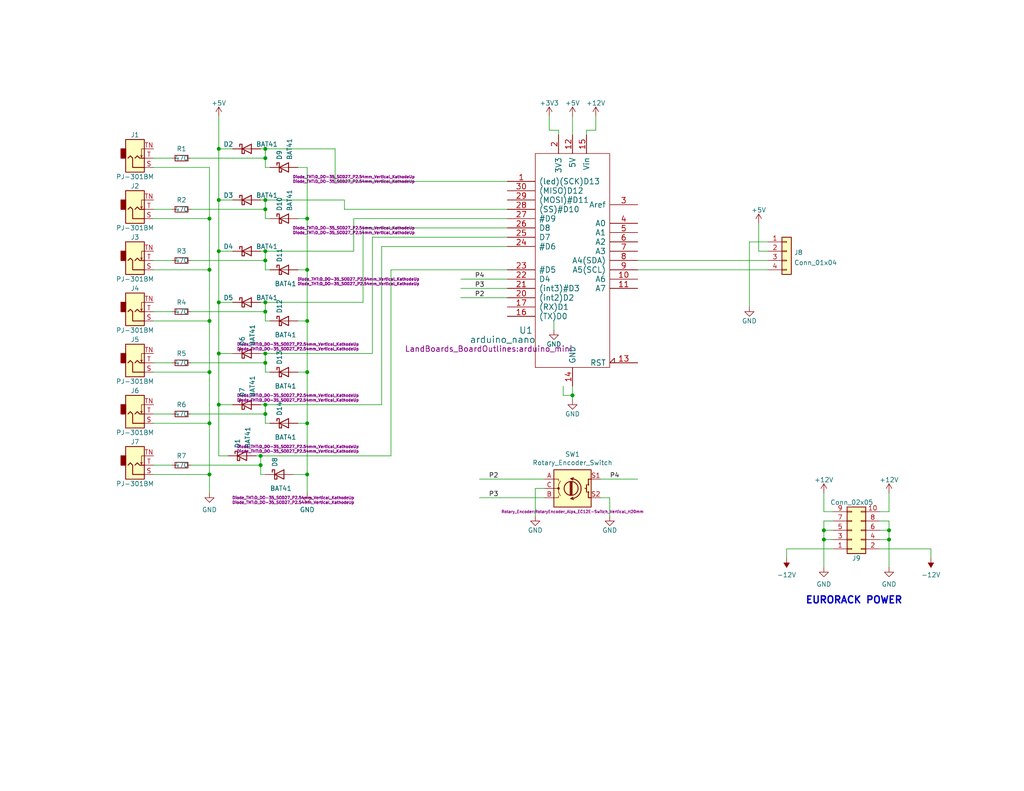
<source format=kicad_sch>
(kicad_sch (version 20211123) (generator eeschema)
  (paper "A")
  (title_block (date "2022-10-01"))
  (lib_symbols
    (symbol "Connector:AudioJack2_SwitchT"
      (property "Reference" "J" (at 0 8.89 0))
      (property "Value" "AudioJack2_SwitchT" (at 0 6.35 0))
      (symbol "AudioJack2_SwitchT_0_1"
        (rectangle (start -2.54 0) (end -3.81 -2.54) (stroke (width 0.254)) (fill (type outline)))
        (polyline (pts (xy 1.778 -0.254) (xy 2.032 -0.762)))
        (polyline (pts (xy 0 0) (xy 0.635 -0.635) (xy 1.27 0) (xy 2.54 0)) (stroke (width 0.254)))
        (polyline (pts (xy 2.54 -2.54) (xy 1.778 -2.54) (xy 1.778 -0.254) (xy 1.524 -0.762)))
        (polyline (pts (xy 2.54 2.54) (xy -0.635 2.54) (xy -0.635 0) (xy -1.27 -0.635) (xy -1.905 0)) (stroke (width 0.254)))
        (rectangle (start 2.54 3.81) (end -2.54 -5.08) (stroke (width 0.254)) (fill (type background)))
      )
      (symbol "AudioJack2_SwitchT_1_1"
        (pin passive line (at 5.08 2.54 180) (length 2.54) (name "~") (number "S"))
        (pin passive line (at 5.08 0 180) (length 2.54) (name "~") (number "T"))
        (pin passive line (at 5.08 -2.54 180) (length 2.54) (name "~") (number "TN"))
      )
    )
    (symbol "Connector_Generic:Conn_01x04" (pin_names (offset 1.016) hide)
      (property "Reference" "J" (at 0 5.08 0))
      (property "Value" "Conn_01x04" (at 0 -7.62 0))
      (symbol "Conn_01x04_1_1"
        (rectangle (start -1.27 -4.953) (end 0 -5.207) (stroke (width 0.1524)))
        (rectangle (start -1.27 -2.413) (end 0 -2.667) (stroke (width 0.1524)))
        (rectangle (start -1.27 0.127) (end 0 -0.127) (stroke (width 0.1524)))
        (rectangle (start -1.27 2.667) (end 0 2.413) (stroke (width 0.1524)))
        (rectangle (start -1.27 3.81) (end 1.27 -6.35) (stroke (width 0.254)) (fill (type background)))
        (pin passive line (at -5.08 2.54 0) (length 3.81) (name "Pin_1") (number "1"))
        (pin passive line (at -5.08 0 0) (length 3.81) (name "Pin_2") (number "2"))
        (pin passive line (at -5.08 -2.54 0) (length 3.81) (name "Pin_3") (number "3"))
        (pin passive line (at -5.08 -5.08 0) (length 3.81) (name "Pin_4") (number "4"))
      )
    )
    (symbol "Connector_Generic:Conn_02x05_Odd_Even" (pin_names (offset 1.016) hide)
      (property "Reference" "J" (at 1.27 7.62 0))
      (property "Value" "Conn_02x05_Odd_Even" (at 1.27 -7.62 0))
      (symbol "Conn_02x05_Odd_Even_1_1"
        (rectangle (start -1.27 -4.953) (end 0 -5.207) (stroke (width 0.1524)))
        (rectangle (start -1.27 -2.413) (end 0 -2.667) (stroke (width 0.1524)))
        (rectangle (start -1.27 0.127) (end 0 -0.127) (stroke (width 0.1524)))
        (rectangle (start -1.27 2.667) (end 0 2.413) (stroke (width 0.1524)))
        (rectangle (start -1.27 5.207) (end 0 4.953) (stroke (width 0.1524)))
        (rectangle (start -1.27 6.35) (end 3.81 -6.35) (stroke (width 0.254)) (fill (type background)))
        (rectangle (start 3.81 -4.953) (end 2.54 -5.207) (stroke (width 0.1524)))
        (rectangle (start 3.81 -2.413) (end 2.54 -2.667) (stroke (width 0.1524)))
        (rectangle (start 3.81 0.127) (end 2.54 -0.127) (stroke (width 0.1524)))
        (rectangle (start 3.81 2.667) (end 2.54 2.413) (stroke (width 0.1524)))
        (rectangle (start 3.81 5.207) (end 2.54 4.953) (stroke (width 0.1524)))
        (pin passive line (at -5.08 5.08 0) (length 3.81) (name "Pin_1") (number "1"))
        (pin passive line (at 7.62 -5.08 180) (length 3.81) (name "Pin_10") (number "10"))
        (pin passive line (at 7.62 5.08 180) (length 3.81) (name "Pin_2") (number "2"))
        (pin passive line (at -5.08 2.54 0) (length 3.81) (name "Pin_3") (number "3"))
        (pin passive line (at 7.62 2.54 180) (length 3.81) (name "Pin_4") (number "4"))
        (pin passive line (at -5.08 0 0) (length 3.81) (name "Pin_5") (number "5"))
        (pin passive line (at 7.62 0 180) (length 3.81) (name "Pin_6") (number "6"))
        (pin passive line (at -5.08 -2.54 0) (length 3.81) (name "Pin_7") (number "7"))
        (pin passive line (at 7.62 -2.54 180) (length 3.81) (name "Pin_8") (number "8"))
        (pin passive line (at -5.08 -5.08 0) (length 3.81) (name "Pin_9") (number "9"))
      )
    )
    (symbol "Device:D_Schottky" (pin_numbers hide) (pin_names (offset 1.016) hide)
      (property "Reference" "D" (at 0 2.54 0))
      (property "Value" "D_Schottky" (at 0 -2.54 0))
      (symbol "D_Schottky_0_1"
        (polyline (pts (xy 1.27 0) (xy -1.27 0)))
        (polyline (pts (xy 1.27 1.27) (xy 1.27 -1.27) (xy -1.27 0) (xy 1.27 1.27)) (stroke (width 0.254)))
        (polyline (pts (xy -1.905 0.635) (xy -1.905 1.27) (xy -1.27 1.27) (xy -1.27 -1.27) (xy -0.635 -1.27) (xy -0.635 -0.635)) (stroke (width 0.254)))
      )
      (symbol "D_Schottky_1_1"
        (pin passive line (at -3.81 0 0) (length 2.54) (name "K") (number "1"))
        (pin passive line (at 3.81 0 180) (length 2.54) (name "A") (number "2"))
      )
    )
    (symbol "Device:R_Small" (pin_numbers hide) (pin_names (offset 0.254) hide)
      (property "Reference" "R" (at 0.762 0.508 0))
      (property "Value" "R_Small" (at 0.762 -1.016 0))
      (symbol "R_Small_0_1"
        (rectangle (start -0.762 1.778) (end 0.762 -1.778) (stroke (width 0.2032)))
      )
      (symbol "R_Small_1_1"
        (pin passive line (at 0 2.54 270) (length 0.762) (name "~") (number "1"))
        (pin passive line (at 0 -2.54 90) (length 0.762) (name "~") (number "2"))
      )
    )
    (symbol "Device:Rotary_Encoder_Switch" (pin_names (offset 0.254) hide)
      (property "Reference" "SW" (at 0 6.604 0))
      (property "Value" "Device_Rotary_Encoder_Switch" (at 0 -6.604 0))
      (symbol "Rotary_Encoder_Switch_0_1"
        (rectangle (start -5.08 5.08) (end 5.08 -5.08) (stroke (width 0.254)) (fill (type background)))
        (circle (center -3.81 0) (radius 0.254) (fill (type outline)))
        (arc (start -0.381 -2.794) (mid 2.3622 -0.0635) (end -0.381 2.667) (stroke (width 0.254)))
        (circle (center -0.381 0) (radius 1.905) (stroke (width 0.254)))
        (polyline (pts (xy -0.635 -1.778) (xy -0.635 1.778)) (stroke (width 0.254)))
        (polyline (pts (xy -0.381 -1.778) (xy -0.381 1.778)) (stroke (width 0.254)))
        (polyline (pts (xy -0.127 1.778) (xy -0.127 -1.778)) (stroke (width 0.254)))
        (polyline (pts (xy 3.81 0) (xy 3.429 0)) (stroke (width 0.254)))
        (polyline (pts (xy 3.81 1.016) (xy 3.81 -1.016)) (stroke (width 0.254)))
        (polyline (pts (xy -5.08 -2.54) (xy -3.81 -2.54) (xy -3.81 -2.032)))
        (polyline (pts (xy -5.08 2.54) (xy -3.81 2.54) (xy -3.81 2.032)))
        (polyline (pts (xy 0.254 -3.048) (xy -0.508 -2.794) (xy 0.127 -2.413)) (stroke (width 0.254)))
        (polyline (pts (xy 0.254 2.921) (xy -0.508 2.667) (xy 0.127 2.286)) (stroke (width 0.254)))
        (polyline (pts (xy 5.08 -2.54) (xy 4.318 -2.54) (xy 4.318 -1.016)) (stroke (width 0.254)))
        (polyline (pts (xy 5.08 2.54) (xy 4.318 2.54) (xy 4.318 1.016)) (stroke (width 0.254)))
        (polyline (pts (xy -5.08 0) (xy -3.81 0) (xy -3.81 -1.016) (xy -3.302 -2.032)))
        (polyline (pts (xy -4.318 0) (xy -3.81 0) (xy -3.81 1.016) (xy -3.302 2.032)))
        (circle (center 4.318 -1.016) (radius 0.127) (stroke (width 0.254)))
        (circle (center 4.318 1.016) (radius 0.127) (stroke (width 0.254)))
      )
      (symbol "Rotary_Encoder_Switch_1_1"
        (pin passive line (at -7.62 2.54 0) (length 2.54) (name "A") (number "A"))
        (pin passive line (at -7.62 -2.54 0) (length 2.54) (name "B") (number "B"))
        (pin passive line (at -7.62 0 0) (length 2.54) (name "C") (number "C"))
        (pin passive line (at 7.62 2.54 180) (length 2.54) (name "S1") (number "S1"))
        (pin passive line (at 7.62 -2.54 180) (length 2.54) (name "S2") (number "S2"))
      )
    )
    (symbol "NANO-BKOUT-rescue:arduino_mini" (pin_names (offset 1.016))
      (property "Reference" "U" (at 12.7 -24.13 0))
      (property "Value" "arduino_mini" (at 19.05 -26.67 0))
      (property "Footprint" "DIL20" (at 0 -1.27 0))
      (symbol "arduino_mini_0_0"
        (pin power_in line (at 0 -39.37 90) (length 5.08) (name "GND") (number "14"))
        (pin power_in line (at -3.81 29.21 270) (length 5.08) (name "Vin") (number "15"))
      )
      (symbol "arduino_mini_0_1"
        (rectangle (start -10.16 24.13) (end 10.16 -34.29))
      )
      (symbol "arduino_mini_1_1"
        (pin input line (at 17.78 16.51 180) (length 7.62) (name "(led)(SCK)D13") (number "1"))
        (pin bidirectional line (at -17.78 -10.16 0) (length 7.62) (name "A6") (number "10"))
        (pin bidirectional line (at -17.78 -12.7 0) (length 7.62) (name "A7") (number "11"))
        (pin power_out line (at 0 29.21 270) (length 5.08) (name "5V") (number "12"))
        (pin input input_low (at -17.78 -33.02 0) (length 7.62) (name "RST") (number "13"))
        (pin bidirectional line (at 17.78 -20.32 180) (length 7.62) (name "(TX)D0") (number "16"))
        (pin bidirectional line (at 17.78 -17.78 180) (length 7.62) (name "(RX)D1") (number "17"))
        (pin input input_low (at -17.78 -30.48 0) (length 7.62) hide (name "RST") (number "18"))
        (pin power_in line (at 2.54 -39.37 90) (length 5.08) hide (name "GND") (number "19"))
        (pin power_out line (at 3.81 29.21 270) (length 5.08) (name "3V3") (number "2"))
        (pin bidirectional line (at 17.78 -15.24 180) (length 7.62) (name "(int2)D2") (number "20"))
        (pin bidirectional line (at 17.78 -12.7 180) (length 7.62) (name "(int3)#D3") (number "21"))
        (pin bidirectional line (at 17.78 -10.16 180) (length 7.62) (name "D4") (number "22"))
        (pin bidirectional line (at 17.78 -7.62 180) (length 7.62) (name "#D5") (number "23"))
        (pin bidirectional line (at 17.78 -1.27 180) (length 7.62) (name "#D6") (number "24"))
        (pin bidirectional line (at 17.78 1.27 180) (length 7.62) (name "D7") (number "25"))
        (pin bidirectional line (at 17.78 3.81 180) (length 7.62) (name "D8") (number "26"))
        (pin bidirectional line (at 17.78 6.35 180) (length 7.62) (name "#D9") (number "27"))
        (pin bidirectional line (at 17.78 8.89 180) (length 7.62) (name "(SS)#D10") (number "28"))
        (pin bidirectional line (at 17.78 11.43 180) (length 7.62) (name "(MOSI)#D11") (number "29"))
        (pin input line (at -17.78 10.16 0) (length 7.62) (name "Aref") (number "3"))
        (pin bidirectional line (at 17.78 13.97 180) (length 7.62) (name "(MISO)D12") (number "30"))
        (pin bidirectional line (at -17.78 5.08 0) (length 7.62) (name "A0") (number "4"))
        (pin bidirectional line (at -17.78 2.54 0) (length 7.62) (name "A1") (number "5"))
        (pin bidirectional line (at -17.78 0 0) (length 7.62) (name "A2") (number "6"))
        (pin bidirectional line (at -17.78 -2.54 0) (length 7.62) (name "A3") (number "7"))
        (pin bidirectional line (at -17.78 -5.08 0) (length 7.62) (name "A4(SDA)") (number "8"))
        (pin bidirectional line (at -17.78 -7.62 0) (length 7.62) (name "A5(SCL)") (number "9"))
      )
    )
    (symbol "power:+12V" (power) (pin_names (offset 0))
      (property "Value" "+12V" (at 0 3.556 0))
      (symbol "+12V_0_1"
        (polyline (pts (xy -0.762 1.27) (xy 0 2.54)))
        (polyline (pts (xy 0 0) (xy 0 2.54)))
        (polyline (pts (xy 0 2.54) (xy 0.762 1.27)))
      )
      (symbol "+12V_1_1"
        (pin power_in line (at 0 0 90) (length 0) hide (name "+12V") (number "1"))
      )
    )
    (symbol "power:+3.3V" (power) (pin_names (offset 0))
      (property "Value" "+3.3V" (at 0 3.556 0))
      (symbol "+3.3V_0_1"
        (polyline (pts (xy -0.762 1.27) (xy 0 2.54)))
        (polyline (pts (xy 0 0) (xy 0 2.54)))
        (polyline (pts (xy 0 2.54) (xy 0.762 1.27)))
      )
      (symbol "+3.3V_1_1"
        (pin power_in line (at 0 0 90) (length 0) hide (name "+3V3") (number "1"))
      )
    )
    (symbol "power:+5V" (power) (pin_names (offset 0))
      (property "Value" "+5V" (at 0 3.556 0))
      (symbol "+5V_0_1"
        (polyline (pts (xy -0.762 1.27) (xy 0 2.54)))
        (polyline (pts (xy 0 0) (xy 0 2.54)))
        (polyline (pts (xy 0 2.54) (xy 0.762 1.27)))
      )
      (symbol "+5V_1_1"
        (pin power_in line (at 0 0 90) (length 0) hide (name "+5V") (number "1"))
      )
    )
    (symbol "power:-12V" (power) (pin_names (offset 0))
      (property "Value" "-12V" (at 0 3.81 0))
      (symbol "-12V_0_0"
        (pin power_in line (at 0 0 90) (length 0) hide (name "-12V") (number "1"))
      )
      (symbol "-12V_0_1"
        (polyline (pts (xy 0 0) (xy 0 1.27) (xy 0.762 1.27) (xy 0 2.54) (xy -0.762 1.27) (xy 0 1.27)) (fill (type outline)))
      )
    )
    (symbol "power:GND" (power) (pin_names (offset 0))
      (property "Value" "GND" (at 0 -3.81 0))
      (symbol "GND_0_1"
        (polyline (pts (xy 0 0) (xy 0 -1.27) (xy 1.27 -1.27) (xy 0 -2.54) (xy -1.27 -1.27) (xy 0 -1.27)))
      )
      (symbol "GND_1_1"
        (pin power_in line (at 0 0 270) (length 0) hide (name "GND") (number "1"))
      )
    )
  )
  (junction (at 224.79 144.78))
  (junction (at 59.69 40.64))
  (junction (at 72.39 85.09))
  (junction (at 57.15 73.66))
  (junction (at 57.15 87.63))
  (junction (at 59.69 96.52))
  (junction (at 72.39 71.12))
  (junction (at 57.15 59.69))
  (junction (at 72.39 113.03))
  (junction (at 224.79 147.32))
  (junction (at 83.82 101.6))
  (junction (at 71.12 124.46))
  (junction (at 72.39 96.52))
  (junction (at 83.82 87.63))
  (junction (at 57.15 129.54))
  (junction (at 242.57 147.32))
  (junction (at 72.39 43.18))
  (junction (at 242.57 144.78))
  (junction (at 156.21 107.95))
  (junction (at 57.15 115.57))
  (junction (at 59.69 54.61))
  (junction (at 59.69 82.55))
  (junction (at 72.39 40.64))
  (junction (at 72.39 99.06))
  (junction (at 71.12 127))
  (junction (at 72.39 82.55))
  (junction (at 59.69 110.49))
  (junction (at 57.15 101.6))
  (junction (at 72.39 54.61))
  (junction (at 72.39 68.58))
  (junction (at 83.82 115.57))
  (junction (at 83.82 129.54))
  (junction (at 72.39 57.15))
  (junction (at 83.82 73.66))
  (junction (at 72.39 110.49))
  (junction (at 83.82 59.69))
  (junction (at 59.69 68.58))
  (wire (pts (xy 72.39 40.64) (xy 71.12 40.64)))
  (wire (pts (xy 224.79 147.32) (xy 227.33 147.32)))
  (wire (pts (xy 72.39 96.52) (xy 101.6 96.52)))
  (wire (pts (xy 83.82 115.57) (xy 83.82 129.54)))
  (wire (pts (xy 83.82 101.6) (xy 83.82 115.57)))
  (wire (pts (xy 72.39 85.09) (xy 72.39 87.63)))
  (wire (pts (xy 240.03 139.7) (xy 242.57 139.7)))
  (wire (pts (xy 72.39 54.61) (xy 72.39 57.15)))
  (wire (pts (xy 160.02 35.56) (xy 162.56 35.56)))
  (wire (pts (xy 63.5 110.49) (xy 59.69 110.49)))
  (wire (pts (xy 71.12 127) (xy 71.12 129.54)))
  (wire (pts (xy 59.69 68.58) (xy 59.69 82.55)))
  (wire (pts (xy 207.01 60.96) (xy 207.01 68.58)))
  (wire (pts (xy 41.91 101.6) (xy 57.15 101.6)))
  (wire (pts (xy 93.98 54.61) (xy 93.98 57.15)))
  (wire (pts (xy 72.39 68.58) (xy 71.12 68.58)))
  (wire (pts (xy 72.39 43.18) (xy 72.39 45.72)))
  (wire (pts (xy 41.91 87.63) (xy 57.15 87.63)))
  (wire (pts (xy 81.28 87.63) (xy 83.82 87.63)))
  (wire (pts (xy 41.91 113.03) (xy 46.99 113.03)))
  (wire (pts (xy 81.28 73.66) (xy 83.82 73.66)))
  (wire (pts (xy 73.66 87.63) (xy 72.39 87.63)))
  (wire (pts (xy 106.68 124.46) (xy 106.68 73.66)))
  (wire (pts (xy 242.57 134.62) (xy 242.57 139.7)))
  (wire (pts (xy 138.43 81.28) (xy 125.73 81.28)))
  (wire (pts (xy 73.66 101.6) (xy 72.39 101.6)))
  (wire (pts (xy 153.67 107.95) (xy 153.67 105.41)))
  (wire (pts (xy 83.82 129.54) (xy 83.82 134.62)))
  (wire (pts (xy 93.98 57.15) (xy 138.43 57.15)))
  (wire (pts (xy 71.12 124.46) (xy 69.85 124.46)))
  (wire (pts (xy 41.91 71.12) (xy 46.99 71.12)))
  (wire (pts (xy 130.81 135.89) (xy 148.59 135.89)))
  (wire (pts (xy 224.79 144.78) (xy 227.33 144.78)))
  (wire (pts (xy 41.91 115.57) (xy 57.15 115.57)))
  (wire (pts (xy 72.39 99.06) (xy 72.39 101.6)))
  (wire (pts (xy 227.33 139.7) (xy 224.79 139.7)))
  (wire (pts (xy 57.15 115.57) (xy 57.15 101.6)))
  (wire (pts (xy 125.73 78.74) (xy 138.43 78.74)))
  (wire (pts (xy 242.57 147.32) (xy 242.57 154.94)))
  (wire (pts (xy 173.99 71.12) (xy 209.55 71.12)))
  (wire (pts (xy 163.83 130.81) (xy 173.99 130.81)))
  (wire (pts (xy 73.66 115.57) (xy 72.39 115.57)))
  (wire (pts (xy 72.39 96.52) (xy 71.12 96.52)))
  (wire (pts (xy 99.06 82.55) (xy 99.06 62.23)))
  (wire (pts (xy 52.07 99.06) (xy 72.39 99.06)))
  (wire (pts (xy 152.4 36.83) (xy 152.4 35.56)))
  (wire (pts (xy 72.39 40.64) (xy 91.44 40.64)))
  (wire (pts (xy 72.39 82.55) (xy 71.12 82.55)))
  (wire (pts (xy 72.39 71.12) (xy 72.39 73.66)))
  (wire (pts (xy 83.82 87.63) (xy 83.82 101.6)))
  (wire (pts (xy 173.99 73.66) (xy 209.55 73.66)))
  (wire (pts (xy 57.15 129.54) (xy 57.15 115.57)))
  (wire (pts (xy 156.21 107.95) (xy 153.67 107.95)))
  (wire (pts (xy 80.01 129.54) (xy 83.82 129.54)))
  (wire (pts (xy 52.07 43.18) (xy 72.39 43.18)))
  (wire (pts (xy 240.03 147.32) (xy 242.57 147.32)))
  (wire (pts (xy 104.14 110.49) (xy 104.14 67.31)))
  (wire (pts (xy 73.66 73.66) (xy 72.39 73.66)))
  (wire (pts (xy 59.69 68.58) (xy 59.69 54.61)))
  (wire (pts (xy 81.28 101.6) (xy 83.82 101.6)))
  (wire (pts (xy 57.15 59.69) (xy 41.91 59.69)))
  (wire (pts (xy 52.07 127) (xy 71.12 127)))
  (wire (pts (xy 240.03 144.78) (xy 242.57 144.78)))
  (wire (pts (xy 146.05 133.35) (xy 146.05 140.97)))
  (wire (pts (xy 59.69 40.64) (xy 59.69 54.61)))
  (wire (pts (xy 73.66 59.69) (xy 72.39 59.69)))
  (wire (pts (xy 214.63 149.86) (xy 214.63 152.4)))
  (wire (pts (xy 96.52 59.69) (xy 138.43 59.69)))
  (wire (pts (xy 41.91 85.09) (xy 46.99 85.09)))
  (wire (pts (xy 227.33 142.24) (xy 224.79 142.24)))
  (wire (pts (xy 63.5 40.64) (xy 59.69 40.64)))
  (wire (pts (xy 57.15 45.72) (xy 57.15 59.69)))
  (wire (pts (xy 99.06 62.23) (xy 138.43 62.23)))
  (wire (pts (xy 72.39 68.58) (xy 96.52 68.58)))
  (wire (pts (xy 41.91 73.66) (xy 57.15 73.66)))
  (wire (pts (xy 57.15 45.72) (xy 41.91 45.72)))
  (wire (pts (xy 104.14 67.31) (xy 138.43 67.31)))
  (wire (pts (xy 73.66 45.72) (xy 72.39 45.72)))
  (wire (pts (xy 224.79 147.32) (xy 224.79 154.94)))
  (wire (pts (xy 59.69 82.55) (xy 63.5 82.55)))
  (wire (pts (xy 160.02 36.83) (xy 160.02 35.56)))
  (wire (pts (xy 83.82 45.72) (xy 83.82 59.69)))
  (wire (pts (xy 83.82 59.69) (xy 83.82 73.66)))
  (wire (pts (xy 81.28 59.69) (xy 83.82 59.69)))
  (wire (pts (xy 148.59 133.35) (xy 146.05 133.35)))
  (wire (pts (xy 72.39 40.64) (xy 72.39 43.18)))
  (wire (pts (xy 156.21 31.75) (xy 156.21 36.83)))
  (wire (pts (xy 63.5 54.61) (xy 59.69 54.61)))
  (wire (pts (xy 72.39 113.03) (xy 72.39 115.57)))
  (wire (pts (xy 106.68 73.66) (xy 138.43 73.66)))
  (wire (pts (xy 72.39 57.15) (xy 72.39 59.69)))
  (wire (pts (xy 81.28 45.72) (xy 83.82 45.72)))
  (wire (pts (xy 204.47 66.04) (xy 204.47 83.82)))
  (wire (pts (xy 41.91 127) (xy 46.99 127)))
  (wire (pts (xy 156.21 107.95) (xy 156.21 109.22)))
  (wire (pts (xy 72.39 68.58) (xy 72.39 71.12)))
  (wire (pts (xy 72.39 110.49) (xy 72.39 113.03)))
  (wire (pts (xy 151.13 90.17) (xy 151.13 87.63)))
  (wire (pts (xy 72.39 54.61) (xy 93.98 54.61)))
  (wire (pts (xy 57.15 73.66) (xy 57.15 59.69)))
  (wire (pts (xy 209.55 68.58) (xy 207.01 68.58)))
  (wire (pts (xy 57.15 87.63) (xy 57.15 73.66)))
  (wire (pts (xy 149.86 31.75) (xy 149.86 35.56)))
  (wire (pts (xy 57.15 134.62) (xy 57.15 129.54)))
  (wire (pts (xy 71.12 124.46) (xy 71.12 127)))
  (wire (pts (xy 72.39 54.61) (xy 71.12 54.61)))
  (wire (pts (xy 59.69 82.55) (xy 59.69 96.52)))
  (wire (pts (xy 101.6 64.77) (xy 138.43 64.77)))
  (wire (pts (xy 254 149.86) (xy 254 152.4)))
  (wire (pts (xy 72.39 129.54) (xy 71.12 129.54)))
  (wire (pts (xy 227.33 149.86) (xy 214.63 149.86)))
  (wire (pts (xy 41.91 43.18) (xy 46.99 43.18)))
  (wire (pts (xy 41.91 57.15) (xy 46.99 57.15)))
  (wire (pts (xy 240.03 149.86) (xy 254 149.86)))
  (wire (pts (xy 224.79 142.24) (xy 224.79 144.78)))
  (wire (pts (xy 242.57 142.24) (xy 242.57 144.78)))
  (wire (pts (xy 52.07 113.03) (xy 72.39 113.03)))
  (wire (pts (xy 41.91 99.06) (xy 46.99 99.06)))
  (wire (pts (xy 59.69 96.52) (xy 63.5 96.52)))
  (wire (pts (xy 41.91 129.54) (xy 57.15 129.54)))
  (wire (pts (xy 71.12 124.46) (xy 106.68 124.46)))
  (wire (pts (xy 59.69 124.46) (xy 62.23 124.46)))
  (wire (pts (xy 224.79 134.62) (xy 224.79 139.7)))
  (wire (pts (xy 52.07 57.15) (xy 72.39 57.15)))
  (wire (pts (xy 163.83 135.89) (xy 166.37 135.89)))
  (wire (pts (xy 240.03 142.24) (xy 242.57 142.24)))
  (wire (pts (xy 59.69 31.75) (xy 59.69 40.64)))
  (wire (pts (xy 72.39 96.52) (xy 72.39 99.06)))
  (wire (pts (xy 63.5 68.58) (xy 59.69 68.58)))
  (wire (pts (xy 52.07 71.12) (xy 72.39 71.12)))
  (wire (pts (xy 72.39 110.49) (xy 71.12 110.49)))
  (wire (pts (xy 72.39 82.55) (xy 72.39 85.09)))
  (wire (pts (xy 81.28 115.57) (xy 83.82 115.57)))
  (wire (pts (xy 162.56 31.75) (xy 162.56 35.56)))
  (wire (pts (xy 224.79 144.78) (xy 224.79 147.32)))
  (wire (pts (xy 166.37 135.89) (xy 166.37 140.97)))
  (wire (pts (xy 91.44 49.53) (xy 138.43 49.53)))
  (wire (pts (xy 101.6 96.52) (xy 101.6 64.77)))
  (wire (pts (xy 125.73 76.2) (xy 138.43 76.2)))
  (wire (pts (xy 72.39 82.55) (xy 99.06 82.55)))
  (wire (pts (xy 52.07 85.09) (xy 72.39 85.09)))
  (wire (pts (xy 59.69 110.49) (xy 59.69 124.46)))
  (wire (pts (xy 57.15 101.6) (xy 57.15 87.63)))
  (wire (pts (xy 72.39 110.49) (xy 104.14 110.49)))
  (wire (pts (xy 209.55 66.04) (xy 204.47 66.04)))
  (wire (pts (xy 59.69 110.49) (xy 59.69 96.52)))
  (wire (pts (xy 83.82 73.66) (xy 83.82 87.63)))
  (wire (pts (xy 156.21 105.41) (xy 156.21 107.95)))
  (wire (pts (xy 91.44 40.64) (xy 91.44 49.53)))
  (wire (pts (xy 242.57 144.78) (xy 242.57 147.32)))
  (wire (pts (xy 130.81 130.81) (xy 148.59 130.81)))
  (wire (pts (xy 96.52 68.58) (xy 96.52 59.69)))
  (wire (pts (xy 152.4 35.56) (xy 149.86 35.56)))
  (text "EURORACK POWER" (at 219.71 165.1 0) (effects (font (size 1.905 1.905) (thickness 0.381) bold) (justify left bottom)))
  (label "P4" (at 129.54 76.2 0))
  (label "P3" (at 133.35 135.89 0))
  (label "P3" (at 129.54 78.74 0))
  (label "P4" (at 166.37 130.81 0))
  (label "P2" (at 129.54 81.28 0))
  (label "P2" (at 133.35 130.81 0))
  (symbol (lib_id "power:GND") (at 146.05 140.97 0) (unit 1)
    (property "Reference" "#PWR0112" (effects hide))
    (property "Value" "GND" (at 146.05 144.78 0))
  )
  (symbol (lib_id "power:GND") (at 57.15 134.62 0) (unit 1)
    (property "Reference" "#PWR0101" (effects hide))
    (property "Value" "GND" (at 57.15 139.1825 0))
  )
  (symbol (lib_id "power:+5V") (at 59.69 31.75 0) (unit 1)
    (property "Reference" "#PWR0108" (effects hide))
    (property "Value" "+5V" (at 59.69 28.1455 0))
  )
  (symbol (lib_id "Device:D_Schottky") (at 77.47 59.69 0) (unit 1)
    (property "Reference" "D10" (at 76.244 57.658 90) (effects (justify left)))
    (property "Value" "BAT41" (at 79.0191 57.658 90) (effects (justify left)))
    (property "Footprint" "Diode_THT:D_DO-35_SOD27_P2.54mm_Vertical_KathodeUp" (at 96.52 63.5 0) (effects (font (size 0.762 0.762))))
  )
  (symbol (lib_id "Device:D_Schottky") (at 67.31 96.52 0) (unit 1)
    (property "Reference" "D6" (at 66.084 94.488 90) (effects (justify left)))
    (property "Value" "BAT41" (at 68.8591 94.488 90) (effects (justify left)))
    (property "Footprint" "Diode_THT:D_DO-35_SOD27_P2.54mm_Vertical_KathodeUp" (at 81.28 107.95 0) (effects (font (size 0.762 0.762))))
  )
  (symbol (lib_id "power:+12V") (at 242.57 134.62 0) (unit 1)
    (property "Reference" "#PWR0115" (effects hide))
    (property "Value" "+12V" (at 242.57 131.0155 0))
  )
  (symbol (lib_id "power:-12V") (at 254 152.4 180) (unit 1)
    (property "Reference" "#PWR0118" (effects hide))
    (property "Value" "-12V" (at 254 156.9625 0))
  )
  (symbol (lib_id "power:+5V") (at 156.21 31.75 0) (unit 1)
    (property "Reference" "#PWR0105" (effects hide))
    (property "Value" "+5V" (at 156.21 28.1455 0))
  )
  (symbol (lib_id "power:GND") (at 242.57 154.94 0) (unit 1)
    (property "Reference" "#PWR0114" (effects hide))
    (property "Value" "GND" (at 242.57 159.5025 0))
  )
  (symbol (lib_id "Device:R_Small") (at 49.53 99.06 90) (unit 1)
    (property "Reference" "R5" (at 49.53 96.52 90))
    (property "Value" "470" (at 49.53 99.06 90))
    (property "Footprint" "Resistor_THT:R_Axial_DIN0204_L3.6mm_D1.6mm_P2.54mm_Vertical" (effects hide))
  )
  (symbol (lib_id "power:-12V") (at 214.63 152.4 180) (unit 1)
    (property "Reference" "#PWR0117" (effects hide))
    (property "Value" "-12V" (at 214.63 156.9625 0))
  )
  (symbol (lib_id "Device:D_Schottky") (at 77.47 115.57 0) (unit 1)
    (property "Reference" "D14" (at 76.244 113.538 90) (effects (justify left)))
    (property "Value" "BAT41" (at 74.93 119.38 0) (effects (justify left)))
    (property "Footprint" "Diode_THT:D_DO-35_SOD27_P2.54mm_Vertical_KathodeUp" (at 81.28 123.19 0) (effects (font (size 0.762 0.762))))
  )
  (symbol (lib_id "Device:D_Schottky") (at 67.31 110.49 0) (unit 1)
    (property "Reference" "D7" (at 66.084 108.458 90) (effects (justify left)))
    (property "Value" "BAT41" (at 68.8591 108.458 90) (effects (justify left)))
    (property "Footprint" "Diode_THT:D_DO-35_SOD27_P2.54mm_Vertical_KathodeUp" (at 81.28 121.92 0) (effects (font (size 0.762 0.762))))
  )
  (symbol (lib_id "Device:D_Schottky") (at 77.47 45.72 0) (unit 1)
    (property "Reference" "D9" (at 76.244 43.688 90) (effects (justify left)))
    (property "Value" "BAT41" (at 79.0191 43.688 90) (effects (justify left)))
    (property "Footprint" "Diode_THT:D_DO-35_SOD27_P2.54mm_Vertical_KathodeUp" (at 96.52 49.53 0) (effects (font (size 0.762 0.762))))
  )
  (symbol (lib_id "Device:R_Small") (at 49.53 127 90) (unit 1)
    (property "Reference" "R7" (at 49.53 124.46 90))
    (property "Value" "470" (at 49.53 127 90))
    (property "Footprint" "Resistor_THT:R_Axial_DIN0204_L3.6mm_D1.6mm_P2.54mm_Vertical" (effects hide))
  )
  (symbol (lib_id "Connector:AudioJack2_SwitchT") (at 36.83 43.18 0) (mirror x) (unit 1)
    (property "Reference" "J1" (at 36.83 36.83 0))
    (property "Value" "PJ-301BM" (at 36.83 48.26 0))
    (property "Footprint" "AudioJacks:Jack_3.5mm_QingPu_WQP-PJ301BM_Vertical" (effects hide))
    (property "Datasheet" "https://www.taydaelectronics.com/pj-301bm-3-5-mm-mono-phone-jack.html" (effects hide))
  )
  (symbol (lib_id "NANO-BKOUT-rescue:arduino_mini") (at 156.21 66.04 0) (mirror y) (unit 1)
    (property "Reference" "U1" (at 143.51 90.17 0) (effects (font (size 1.778 1.778))))
    (property "Value" "arduino_nano" (at 137.16 92.71 0) (effects (font (size 1.778 1.778))))
    (property "Footprint" "LandBoards_BoardOutlines:arduino_mini" (at 133.35 95.25 0) (effects (font (size 1.524 1.524))))
  )
  (symbol (lib_id "power:+3.3V") (at 149.86 31.75 0) (unit 1)
    (property "Reference" "#PWR0110" (effects hide))
    (property "Value" "+3.3V" (at 149.86 28.1455 0))
  )
  (symbol (lib_id "Connector:AudioJack2_SwitchT") (at 36.83 71.12 0) (mirror x) (unit 1)
    (property "Reference" "J3" (at 36.83 64.77 0))
    (property "Value" "PJ-301BM" (at 36.83 76.2 0))
    (property "Footprint" "AudioJacks:Jack_3.5mm_QingPu_WQP-PJ301BM_Vertical" (effects hide))
    (property "Datasheet" "https://www.taydaelectronics.com/pj-301bm-3-5-mm-mono-phone-jack.html" (effects hide))
  )
  (symbol (lib_id "Connector_Generic:Conn_01x04") (at 214.63 68.58 0) (unit 1)
    (property "Reference" "J8" (at 216.662 68.9415 0) (effects (justify left)))
    (property "Value" "Conn_01x04" (at 216.662 71.7166 0) (effects (justify left)))
    (property "Footprint" "Connector_PinHeader_2.54mm:PinHeader_1x04_P2.54mm_Vertical" (effects hide))
  )
  (symbol (lib_id "Device:D_Schottky") (at 67.31 82.55 0) (unit 1)
    (property "Reference" "D5" (at 60.96 81.28 0) (effects (justify left)))
    (property "Value" "BAT41" (at 69.85 81.28 0) (effects (justify left)))
    (property "Footprint" "Diode_THT:D_DO-35_SOD27_P2.54mm_Vertical_KathodeUp" (at 81.28 93.98 0) (effects (font (size 0.762 0.762))))
  )
  (symbol (lib_id "power:+12V") (at 224.79 134.62 0) (unit 1)
    (property "Reference" "#PWR0116" (effects hide))
    (property "Value" "+12V" (at 224.79 131.0155 0))
  )
  (symbol (lib_id "Connector:AudioJack2_SwitchT") (at 36.83 113.03 0) (mirror x) (unit 1)
    (property "Reference" "J6" (at 36.83 106.68 0))
    (property "Value" "PJ-301BM" (at 36.83 118.11 0))
    (property "Footprint" "AudioJacks:Jack_3.5mm_QingPu_WQP-PJ301BM_Vertical" (effects hide))
    (property "Datasheet" "https://www.taydaelectronics.com/pj-301bm-3-5-mm-mono-phone-jack.html" (effects hide))
  )
  (symbol (lib_id "Device:R_Small") (at 49.53 43.18 90) (unit 1)
    (property "Reference" "R1" (at 49.53 40.64 90))
    (property "Value" "470" (at 49.53 43.18 90))
    (property "Footprint" "Resistor_THT:R_Axial_DIN0204_L3.6mm_D1.6mm_P2.54mm_Vertical" (effects hide))
  )
  (symbol (lib_id "power:GND") (at 156.21 109.22 0) (unit 1)
    (property "Reference" "#PWR0103" (effects hide))
    (property "Value" "GND" (at 156.21 113.03 0))
  )
  (symbol (lib_id "power:+5V") (at 207.01 60.96 0) (unit 1)
    (property "Reference" "#PWR0107" (effects hide))
    (property "Value" "+5V" (at 207.01 57.3555 0))
  )
  (symbol (lib_id "Device:R_Small") (at 49.53 71.12 90) (unit 1)
    (property "Reference" "R3" (at 49.53 68.58 90))
    (property "Value" "470" (at 49.53 71.12 90))
    (property "Footprint" "Resistor_THT:R_Axial_DIN0204_L3.6mm_D1.6mm_P2.54mm_Vertical" (effects hide))
  )
  (symbol (lib_id "Device:D_Schottky") (at 77.47 101.6 0) (unit 1)
    (property "Reference" "D13" (at 76.244 99.568 90) (effects (justify left)))
    (property "Value" "BAT41" (at 74.93 105.41 0) (effects (justify left)))
    (property "Footprint" "Diode_THT:D_DO-35_SOD27_P2.54mm_Vertical_KathodeUp" (at 81.28 109.22 0) (effects (font (size 0.762 0.762))))
  )
  (symbol (lib_id "power:GND") (at 204.47 83.82 0) (unit 1)
    (property "Reference" "#PWR0104" (effects hide))
    (property "Value" "GND" (at 204.47 87.63 0))
  )
  (symbol (lib_id "Device:D_Schottky") (at 67.31 68.58 0) (unit 1)
    (property "Reference" "D4" (at 60.96 67.31 0) (effects (justify left)))
    (property "Value" "BAT41" (at 69.85 67.31 0) (effects (justify left)))
    (property "Footprint" "Diode_THT:D_DO-35_SOD27_P2.54mm_Vertical_KathodeUp" (at 97.79 76.2 0) (effects (font (size 0.762 0.762))))
  )
  (symbol (lib_id "Device:R_Small") (at 49.53 113.03 90) (unit 1)
    (property "Reference" "R6" (at 49.53 110.49 90))
    (property "Value" "470" (at 49.53 113.03 90))
    (property "Footprint" "Resistor_THT:R_Axial_DIN0204_L3.6mm_D1.6mm_P2.54mm_Vertical" (effects hide))
  )
  (symbol (lib_id "Device:R_Small") (at 49.53 85.09 90) (unit 1)
    (property "Reference" "R4" (at 49.53 82.55 90))
    (property "Value" "470" (at 49.53 85.09 90))
    (property "Footprint" "Resistor_THT:R_Axial_DIN0204_L3.6mm_D1.6mm_P2.54mm_Vertical" (effects hide))
  )
  (symbol (lib_id "Connector_Generic:Conn_02x05_Odd_Even") (at 232.41 144.78 0) (mirror x) (unit 1)
    (property "Reference" "J9" (at 233.68 152.4 0))
    (property "Value" "Conn_02x05" (at 232.41 137.16 0))
    (property "Footprint" "Connector_IDC:IDC-Header_2x05_P2.54mm_Vertical" (effects hide))
    (property "Datasheet" "https://store.synthrotek.com/10-Pin_Keyed_Shrouded_Eurorack_Power_Header" (effects hide))
  )
  (symbol (lib_id "Device:D_Schottky") (at 77.47 87.63 0) (unit 1)
    (property "Reference" "D12" (at 76.244 85.598 90) (effects (justify left)))
    (property "Value" "BAT41" (at 74.93 91.44 0) (effects (justify left)))
    (property "Footprint" "Diode_THT:D_DO-35_SOD27_P2.54mm_Vertical_KathodeUp" (at 81.28 95.25 0) (effects (font (size 0.762 0.762))))
  )
  (symbol (lib_id "Device:D_Schottky") (at 67.31 54.61 0) (unit 1)
    (property "Reference" "D3" (at 60.96 53.34 0) (effects (justify left)))
    (property "Value" "BAT41" (at 69.85 53.34 0) (effects (justify left)))
    (property "Footprint" "Diode_THT:D_DO-35_SOD27_P2.54mm_Vertical_KathodeUp" (at 96.52 62.23 0) (effects (font (size 0.762 0.762))))
  )
  (symbol (lib_id "Device:Rotary_Encoder_Switch") (at 156.21 133.35 0) (unit 1)
    (property "Reference" "SW1" (at 156.21 124.0282 0))
    (property "Value" "Rotary_Encoder_Switch" (at 156.21 126.3396 0))
    (property "Footprint" "Rotary_Encoder:RotaryEncoder_Alps_EC12E-Switch_Vertical_H20mm" (at 156.21 139.7 0) (effects (font (size 0.762 0.762))))
  )
  (symbol (lib_id "Connector:AudioJack2_SwitchT") (at 36.83 127 0) (mirror x) (unit 1)
    (property "Reference" "J7" (at 36.83 120.65 0))
    (property "Value" "PJ-301BM" (at 36.83 132.08 0))
    (property "Footprint" "AudioJacks:Jack_3.5mm_QingPu_WQP-PJ301BM_Vertical" (effects hide))
    (property "Datasheet" "https://www.taydaelectronics.com/pj-301bm-3-5-mm-mono-phone-jack.html" (effects hide))
  )
  (symbol (lib_id "Device:D_Schottky") (at 77.47 73.66 0) (unit 1)
    (property "Reference" "D11" (at 76.244 71.628 90) (effects (justify left)))
    (property "Value" "BAT41" (at 74.93 77.47 0) (effects (justify left)))
    (property "Footprint" "Diode_THT:D_DO-35_SOD27_P2.54mm_Vertical_KathodeUp" (at 97.79 77.47 0) (effects (font (size 0.762 0.762))))
  )
  (symbol (lib_id "Device:D_Schottky") (at 76.2 129.54 0) (unit 1)
    (property "Reference" "D8" (at 74.974 127.508 90) (effects (justify left)))
    (property "Value" "BAT41" (at 73.66 133.35 0) (effects (justify left)))
    (property "Footprint" "Diode_THT:D_DO-35_SOD27_P2.54mm_Vertical_KathodeUp" (at 80.01 137.16 0) (effects (font (size 0.762 0.762))))
  )
  (symbol (lib_id "Connector:AudioJack2_SwitchT") (at 36.83 99.06 0) (mirror x) (unit 1)
    (property "Reference" "J5" (at 36.83 92.71 0))
    (property "Value" "PJ-301BM" (at 36.83 104.14 0))
    (property "Footprint" "AudioJacks:Jack_3.5mm_QingPu_WQP-PJ301BM_Vertical" (effects hide))
    (property "Datasheet" "https://www.taydaelectronics.com/pj-301bm-3-5-mm-mono-phone-jack.html" (effects hide))
  )
  (symbol (lib_id "Device:D_Schottky") (at 67.31 40.64 0) (unit 1)
    (property "Reference" "D2" (at 60.96 39.37 0) (effects (justify left)))
    (property "Value" "BAT41" (at 69.85 39.37 0) (effects (justify left)))
    (property "Footprint" "Diode_THT:D_DO-35_SOD27_P2.54mm_Vertical_KathodeUp" (at 96.52 48.26 0) (effects (font (size 0.762 0.762))))
  )
  (symbol (lib_id "power:GND") (at 224.79 154.94 0) (unit 1)
    (property "Reference" "#PWR0113" (effects hide))
    (property "Value" "GND" (at 224.79 159.5025 0))
  )
  (symbol (lib_id "power:GND") (at 166.37 140.97 0) (unit 1)
    (property "Reference" "#PWR0109" (effects hide))
    (property "Value" "GND" (at 166.37 144.78 0))
  )
  (symbol (lib_id "Connector:AudioJack2_SwitchT") (at 36.83 85.09 0) (mirror x) (unit 1)
    (property "Reference" "J4" (at 36.83 78.74 0))
    (property "Value" "PJ-301BM" (at 36.83 90.17 0))
    (property "Footprint" "AudioJacks:Jack_3.5mm_QingPu_WQP-PJ301BM_Vertical" (effects hide))
    (property "Datasheet" "https://www.taydaelectronics.com/pj-301bm-3-5-mm-mono-phone-jack.html" (effects hide))
  )
  (symbol (lib_id "Device:D_Schottky") (at 66.04 124.46 0) (unit 1)
    (property "Reference" "D1" (at 64.814 122.428 90) (effects (justify left)))
    (property "Value" "BAT41" (at 67.5891 122.428 90) (effects (justify left)))
    (property "Footprint" "Diode_THT:D_DO-35_SOD27_P2.54mm_Vertical_KathodeUp" (at 80.01 135.89 0) (effects (font (size 0.762 0.762))))
  )
  (symbol (lib_id "power:GND") (at 151.13 90.17 0) (unit 1)
    (property "Reference" "#PWR0111" (effects hide))
    (property "Value" "GND" (at 151.13 93.98 0))
  )
  (symbol (lib_id "Connector:AudioJack2_SwitchT") (at 36.83 57.15 0) (mirror x) (unit 1)
    (property "Reference" "J2" (at 36.83 50.8 0))
    (property "Value" "PJ-301BM" (at 36.83 62.23 0))
    (property "Footprint" "AudioJacks:Jack_3.5mm_QingPu_WQP-PJ301BM_Vertical" (effects hide))
    (property "Datasheet" "https://www.taydaelectronics.com/pj-301bm-3-5-mm-mono-phone-jack.html" (effects hide))
  )
  (symbol (lib_id "Device:R_Small") (at 49.53 57.15 90) (unit 1)
    (property "Reference" "R2" (at 49.53 54.61 90))
    (property "Value" "470" (at 49.53 57.15 90))
    (property "Footprint" "Resistor_THT:R_Axial_DIN0204_L3.6mm_D1.6mm_P2.54mm_Vertical" (effects hide))
  )
  (symbol (lib_id "power:+12V") (at 162.56 31.75 0) (unit 1)
    (property "Reference" "#PWR0106" (effects hide))
    (property "Value" "+12V" (at 162.56 28.1455 0))
  )
  (symbol (lib_id "power:GND") (at 83.82 134.62 0) (unit 1)
    (property "Reference" "#PWR0102" (effects hide))
    (property "Value" "GND" (at 83.82 139.1825 0))
  )
)
</source>
